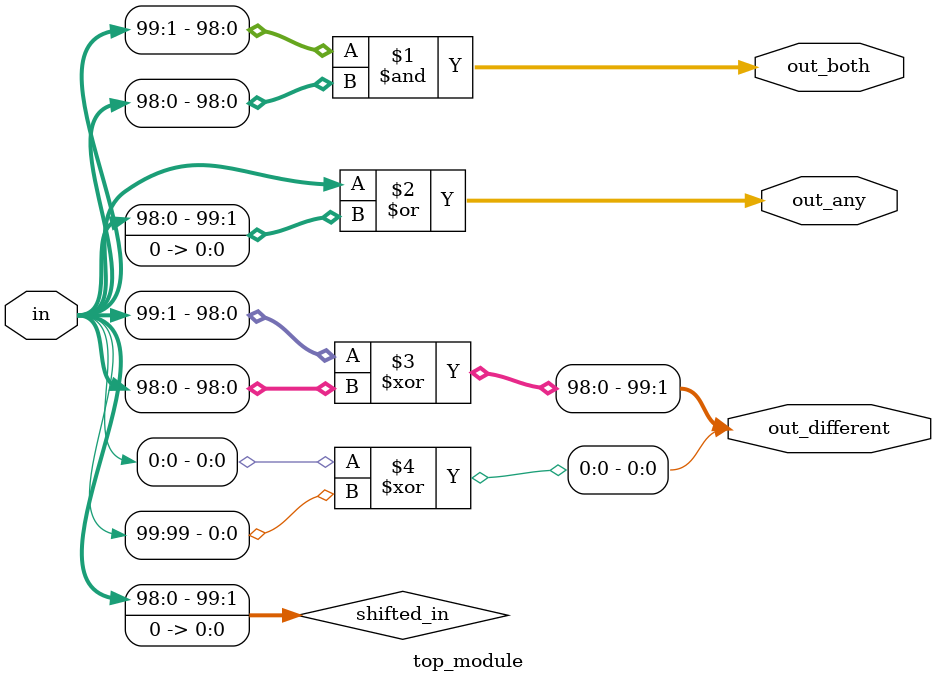
<source format=sv>
module top_module (
    input [99:0] in,
    output [98:0] out_both,
    output [99:0] out_any,
    output [99:0] out_different
);

    wire [99:0] shifted_in;

    // Shift the input vector to the left by 1 bit
    assign shifted_in = {in[98:0], 1'b0};

    // Generate out_both output using bitwise AND operation (resulting in a 99-bit vector)
    assign out_both = in[99:1] & in[98:0];

    // Generate out_any output using bitwise OR operation (resulting in a 100-bit vector)
    assign out_any = in | shifted_in;

    // Generate out_different output using bitwise XOR operation (resulting in a 100-bit vector)
    assign out_different[99:1] = in[99:1] ^ in[98:0];
    assign out_different[0] = in[0] ^ in[99];

endmodule

</source>
